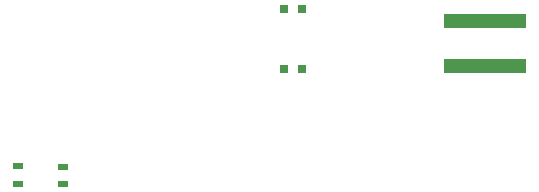
<source format=gbr>
G04 #@! TF.GenerationSoftware,KiCad,Pcbnew,6.0.0-d3dd2cf0fa~116~ubuntu20.04.1*
G04 #@! TF.CreationDate,2022-01-19T00:46:33+01:00*
G04 #@! TF.ProjectId,bobbycar,626f6262-7963-4617-922e-6b696361645f,rev?*
G04 #@! TF.SameCoordinates,Original*
G04 #@! TF.FileFunction,Paste,Bot*
G04 #@! TF.FilePolarity,Positive*
%FSLAX46Y46*%
G04 Gerber Fmt 4.6, Leading zero omitted, Abs format (unit mm)*
G04 Created by KiCad (PCBNEW 6.0.0-d3dd2cf0fa~116~ubuntu20.04.1) date 2022-01-19 00:46:33*
%MOMM*%
%LPD*%
G01*
G04 APERTURE LIST*
%ADD10R,0.900000X0.500000*%
%ADD11R,0.800000X0.750000*%
%ADD12R,7.000000X1.270000*%
G04 APERTURE END LIST*
D10*
X122047000Y-110744000D03*
X122047000Y-109244000D03*
X118237000Y-110720000D03*
X118237000Y-109220000D03*
D11*
X140740000Y-95885000D03*
X142240000Y-95885000D03*
X140740000Y-100965000D03*
X142240000Y-100965000D03*
D12*
X157792800Y-96906000D03*
X157792800Y-100706000D03*
M02*

</source>
